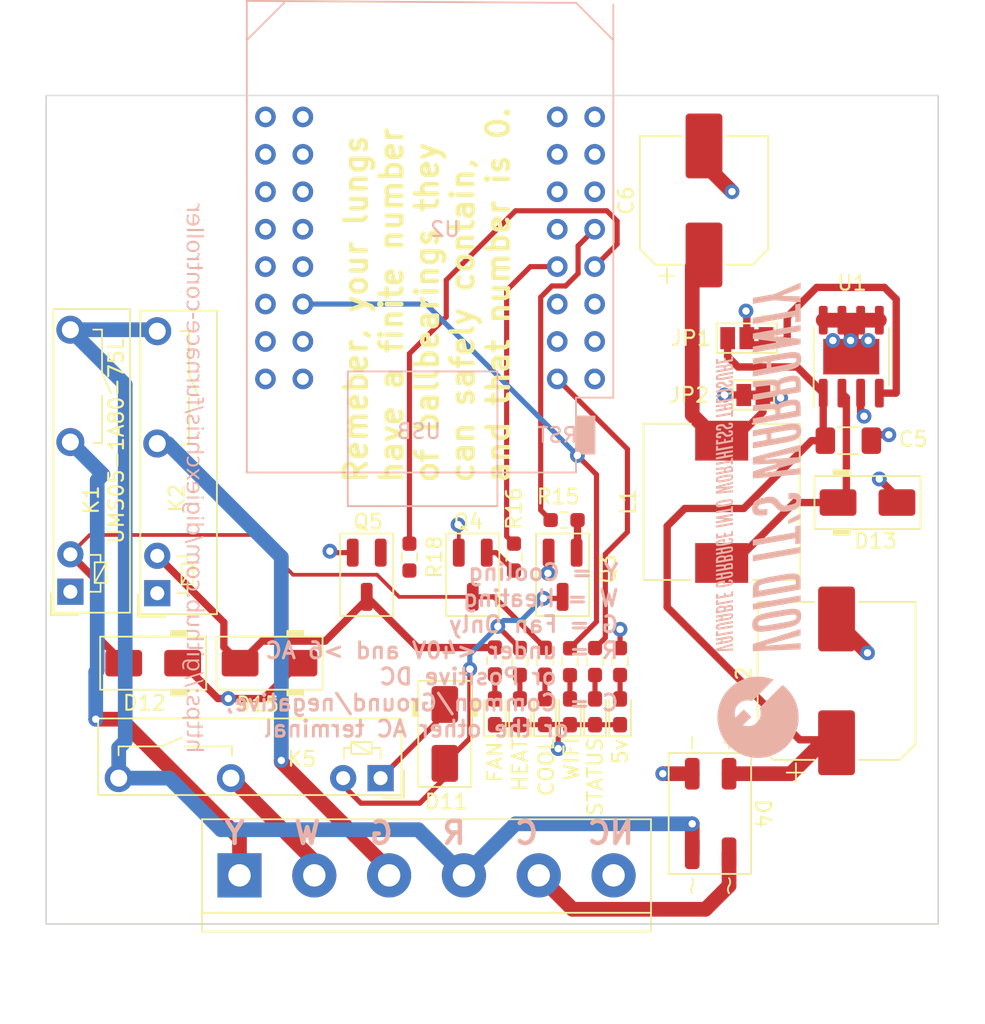
<source format=kicad_pcb>
(kicad_pcb (version 20240108) (generator "pcbnew") (generator_version "8.0")
  (layers (0 "F.Cu" signal) (1 "In1.Cu" power "gnd.Cu") (2 "In2.Cu" power "5v.Cu") (31 "B.Cu" signal) (34 "B.Paste" user) (35 "F.Paste" user) (36 "B.SilkS" user "B.Silkscreen") (37 "F.SilkS" user "F.Silkscreen") (38 "B.Mask" user) (39 "F.Mask" user) (44 "Edge.Cuts" user))
  (net 0 "")
  (net 1 "GND")
  (net 2 "+5V")
  (net 4 "/Relays/Y")
  (net 5 "/Relays/W")
  (net 6 "/Relays/G")
  (net 7 "+3.3V")
  (net 8 "/MCU/COOL")
  (net 9 "/MCU/HEAT")
  (net 10 "/MCU/FAN")
  (net 11 "Net-(D10-A)")
  (net 12 "Net-(Q3-B)")
  (net 13 "Net-(Q4-B)")
  (net 14 "Net-(Q5-B)")
  (net 15 "/Relays/HEATLED")
  (net 16 "Net-(D2-A)")
  (net 17 "Net-(D3-A)")
  (net 18 "/Relays/COOLLED")
  (net 19 "/Relays/FANLED")
  (net 20 "Net-(D13-K)")
  (net 21 "Net-(D1-A)")
  (net 22 "Net-(D5-A)")
  (net 23 "Net-(D14-A)")
  (net 24 "Net-(JP2-A)")
  (net 25 "Net-(JP1-A)")
  (net 26 "Net-(D4-+)")
  (net 27 "/Power Supply/C")
  (net 28 "Net-(U2-IO_09{slash}SD2)")
  (net 29 "Net-(U2-IO_05{slash}D8)")
  (net 48 "LINE")
  (footprint "TerminalBlock:TerminalBlock_bornier-6_P5.08mm" (layer "F.Cu") (at 28.629 72.191)
    (property "Reference" "J1" (hide yes))
    (property "Value" "Screw_Terminal_01x06" (hide yes))
    (pad "1" thru_hole rect (at 0 0) (size 3 3) (drill 1.52) (layers "*.Cu" "*.Mask") (net 4 "/Relays/Y"))
    (pad "2" thru_hole circle (at 5.08 0) (size 3 3) (drill 1.52) (layers "*.Cu" "*.Mask") (net 5 "/Relays/W"))
    (pad "3" thru_hole circle (at 10.16 0) (size 3 3) (drill 1.52) (layers "*.Cu" "*.Mask") (net 6 "/Relays/G"))
    (pad "4" thru_hole circle (at 15.24 0) (size 3 3) (drill 1.52) (layers "*.Cu" "*.Mask") (net 48 "LINE"))
    (pad "5" thru_hole circle (at 20.32 0) (size 3 3) (drill 1.52) (layers "*.Cu" "*.Mask") (net 27 "/Power Supply/C"))
    (pad "6" thru_hole circle (at 25.4 0) (size 3 3) (drill 1.52) (layers "*.Cu" "*.Mask"))
  )
  (footprint "LED_SMD:LED_0603_1608Metric_Pad1.05x0.95mm_HandSolder" (layer "F.Cu") (at 49.369 61.076 90)
    (property "Reference" "D10" (hide yes))
    (property "Value" "COOL" (at -3.8 0.1 90) (layer "F.SilkS"))
    (pad "1" smd roundrect (at -0.875 0 90) (size 1.05 0.95) (layers "F.Cu" "F.Paste" "F.Mask") (net 1 "GND"))
    (pad "2" smd roundrect (at 0.875 0 90) (size 1.05 0.95) (layers "F.Cu" "F.Paste" "F.Mask") (net 11 "Net-(D10-A)"))
  )
  (footprint "Resistor_SMD:R_0603_1608Metric_Pad0.98x0.95mm_HandSolder" (layer "F.Cu") (at 50.669 48.0785)
    (property "Reference" "R15" (at -0.4 -1.5875 360) (layer "F.SilkS"))
    (property "Value" "470")
    (pad "1" smd roundrect (at -0.9125 0) (size 0.975 0.95) (layers "F.Cu" "F.Paste" "F.Mask") (net 9 "/MCU/HEAT"))
    (pad "2" smd roundrect (at 0.9125 0) (size 0.975 0.95) (layers "F.Cu" "F.Paste" "F.Mask") (net 12 "Net-(Q3-B)"))
  )
  (footprint "Jumper:SolderJumper-2_P1.3mm_Bridged_Pad1.0x1.5mm" (layer "F.Cu") (at 63.519 39.591 180)
    (property "Reference" "JP2" (at 4.35 0 0) (layer "F.SilkS"))
    (property "Value" "Jumper_2_Bridged")
    (fp_poly (pts (xy -0.25 -0.3) (xy 0.25 -0.3) (xy 0.25 0.3) (xy -0.25 0.3)) (fill solid) (layer "F.Cu"))
    (pad "1" smd rect (at -0.65 0 180) (size 1 1.5) (layers "F.Cu" "F.Mask") (net 24 "Net-(JP2-A)"))
    (pad "2" smd rect (at 0.65 0 180) (size 1 1.5) (layers "F.Cu" "F.Mask") (net 2 "+5V"))
  )
  (footprint "Resistor_SMD:R_0603_1608Metric_Pad0.98x0.95mm_HandSolder" (layer "F.Cu") (at 40.169 50.591 -90)
    (property "Reference" "R18" (at 0 -1.7 90) (layer "F.SilkS"))
    (property "Value" "470")
    (pad "1" smd roundrect (at -0.9125 0 270) (size 0.975 0.95) (layers "F.Cu" "F.Paste" "F.Mask") (net 10 "/MCU/FAN"))
    (pad "2" smd roundrect (at 0.9125 0 270) (size 0.975 0.95) (layers "F.Cu" "F.Paste" "F.Mask") (net 14 "Net-(Q5-B)"))
  )
  (footprint "Inductor_SMD:L_10.4x10.4_H4.8" (layer "F.Cu") (at 61.369 46.841 90)
    (property "Reference" "L1" (at 0 -6.35 270) (layer "F.SilkS"))
    (property "Value" "68uh 2a")
    (pad "1" smd rect (at -4.15 0 90) (size 2.7 3.6) (layers "F.Cu" "F.Paste" "F.Mask") (net 20 "Net-(D13-K)"))
    (pad "2" smd rect (at 4.15 0 90) (size 2.7 3.6) (layers "F.Cu" "F.Paste" "F.Mask") (net 24 "Net-(JP2-A)"))
  )
  (footprint "PCM_Package_TO_SOT_SMD_AKL:SOT-23_BigPads" (layer "F.Cu") (at 50.569 51.791 -90)
    (property "Reference" "Q3" (at -0.4 -3.1 90) (layer "F.SilkS"))
    (property "Value" "MMBT3904" (hide yes))
    (pad "1" smd roundrect (at -1.5 -0.95 270) (size 1.9 0.8) (layers "F.Cu" "F.Paste" "F.Mask") (net 12 "Net-(Q3-B)"))
    (pad "2" smd roundrect (at -1.5 0.95 270) (size 1.9 0.8) (layers "F.Cu" "F.Paste" "F.Mask") (net 1 "GND"))
    (pad "3" smd roundrect (at 1.5 0 270) (size 1.9 0.8) (layers "F.Cu" "F.Paste" "F.Mask") (net 15 "/Relays/HEATLED"))
  )
  (footprint "LED_SMD:LED_0603_1608Metric_Pad1.05x0.95mm_HandSolder" (layer "F.Cu") (at 45.969 61.091 90)
    (property "Reference" "D2" (hide yes))
    (property "Value" "FAN" (at -3.4 0 90) (layer "F.SilkS"))
    (pad "1" smd roundrect (at -0.875 0 90) (size 1.05 0.95) (layers "F.Cu" "F.Paste" "F.Mask") (net 1 "GND"))
    (pad "2" smd roundrect (at 0.875 0 90) (size 1.05 0.95) (layers "F.Cu" "F.Paste" "F.Mask") (net 16 "Net-(D2-A)"))
  )
  (footprint "Resistor_SMD:R_0603_1608Metric_Pad0.98x0.95mm_HandSolder" (layer "F.Cu") (at 51.069 57.691 90)
    (property "Reference" "R2k1" (hide yes))
    (property "Value" "1k")
    (pad "1" smd roundrect (at -0.9125 0 90) (size 0.975 0.95) (layers "F.Cu" "F.Paste" "F.Mask") (net 23 "Net-(D14-A)"))
    (pad "2" smd roundrect (at 0.9125 0 90) (size 0.975 0.95) (layers "F.Cu" "F.Paste" "F.Mask") (net 28 "Net-(U2-IO_09{slash}SD2)"))
  )
  (footprint "Capacitor_SMD:CP_Elec_10x10.5" (layer "F.Cu") (at 69.169 58.991 90)
    (property "Reference" "C2" (at 0 -6.3 90) (layer "F.SilkS"))
    (property "Value" "470uf 35v")
    (pad "1" smd roundrect (at -4.2 0 90) (size 4.4 2.5) (layers "F.Cu" "F.Paste" "F.Mask") (roundrect_rratio 0.1) (net 26 "Net-(D4-+)"))
    (pad "2" smd roundrect (at 4.2 0 90) (size 4.4 2.5) (layers "F.Cu" "F.Paste" "F.Mask") (roundrect_rratio 0.1) (net 1 "GND"))
  )
  (footprint "PCM_Diode_SMD_AKL:D_SMA" (layer "F.Cu") (at 42.569 62.591 -90)
    (property "Reference" "D11" (at 4.6 -0.1 180) (layer "F.SilkS"))
    (property "Value" "SS14" (hide yes))
    (pad "1" smd roundrect (at -2 0 270) (size 2.5 1.8) (layers "F.Cu" "F.Paste" "F.Mask") (roundrect_rratio 0.1388888889) (net 2 "+5V"))
    (pad "2" smd roundrect (at 2 0 270) (size 2.5 1.8) (layers "F.Cu" "F.Paste" "F.Mask") (roundrect_rratio 0.1388888889) (net 15 "/Relays/HEATLED"))
  )
  (footprint "LED_SMD:LED_0603_1608Metric_Pad1.05x0.95mm_HandSolder" (layer "F.Cu") (at 51.069 61.091 90)
    (property "Reference" "D14" (hide yes))
    (property "Value" "WIFI" (at -3.2 0.1 270) (layer "F.SilkS"))
    (pad "1" smd roundrect (at -0.875 0 90) (size 1.05 0.95) (layers "F.Cu" "F.Paste" "F.Mask") (net 1 "GND"))
    (pad "2" smd roundrect (at 0.875 0 90) (size 1.05 0.95) (layers "F.Cu" "F.Paste" "F.Mask") (net 23 "Net-(D14-A)"))
  )
  (footprint "Package_SO:SOIC-8-1EP_3.9x4.9mm_P1.27mm_EP2.41x3.81mm" (layer "F.Cu") (at 70.169 36.991 90)
    (property "Reference" "U1" (at 5 0.05 360) (layer "F.SilkS"))
    (property "Value" "XL1509-5.0")
    (pad "1" smd roundrect (at -2.475 -1.905 90) (size 1.95 0.6) (layers "F.Cu" "F.Paste" "F.Mask") (net 26 "Net-(D4-+)"))
    (pad "2" smd roundrect (at -2.475 -0.635 90) (size 1.95 0.6) (layers "F.Cu" "F.Paste" "F.Mask") (net 20 "Net-(D13-K)"))
    (pad "3" smd roundrect (at -2.475 0.635 90) (size 1.95 0.6) (layers "F.Cu" "F.Paste" "F.Mask") (net 24 "Net-(JP2-A)"))
    (pad "4" smd roundrect (at -2.475 1.905 90) (size 1.95 0.6) (layers "F.Cu" "F.Paste" "F.Mask") (net 25 "Net-(JP1-A)"))
    (pad "5" smd roundrect (at 2.475 1.905 90) (size 1.95 0.6) (layers "F.Cu" "F.Paste" "F.Mask") (net 1 "GND"))
    (pad "6" smd roundrect (at 2.475 0.635 90) (size 1.95 0.6) (layers "F.Cu" "F.Paste" "F.Mask") (net 1 "GND"))
    (pad "7" smd roundrect (at 2.475 -0.635 90) (size 1.95 0.6) (layers "F.Cu" "F.Paste" "F.Mask") (net 1 "GND"))
    (pad "8" smd roundrect (at 2.475 -1.905 90) (size 1.95 0.6) (layers "F.Cu" "F.Paste" "F.Mask") (net 1 "GND"))
    (pad "9" smd rect (at 0 0 90) (size 2.41 3.81) (layers "F.Cu" "F.Mask") (net 1 "GND"))
  )
  (footprint "Capacitor_SMD:CP_Elec_8x10.5" (layer "F.Cu") (at 60.169 26.391 90)
    (property "Reference" "C6" (at 0 -5.3 90) (layer "F.SilkS"))
    (property "Value" "180uf 20v")
    (pad "1" smd roundrect (at -3.7 0 90) (size 4.4 2.5) (layers "F.Cu" "F.Paste" "F.Mask") (roundrect_rratio 0.1) (net 24 "Net-(JP2-A)"))
    (pad "2" smd roundrect (at 3.7 0 90) (size 4.4 2.5) (layers "F.Cu" "F.Paste" "F.Mask") (roundrect_rratio 0.1) (net 1 "GND"))
  )
  (footprint "Resistor_SMD:R_0603_1608Metric_Pad0.98x0.95mm_HandSolder" (layer "F.Cu") (at 47.269 50.591 -90)
    (property "Reference" "R16" (at -3.3 0 90) (layer "F.SilkS"))
    (property "Value" "470")
    (pad "1" smd roundrect (at -0.9125 0 270) (size 0.975 0.95) (layers "F.Cu" "F.Paste" "F.Mask") (net 8 "/MCU/COOL"))
    (pad "2" smd roundrect (at 0.9125 0 270) (size 0.975 0.95) (layers "F.Cu" "F.Paste" "F.Mask") (net 13 "Net-(Q4-B)"))
  )
  (footprint "Resistor_SMD:R_0603_1608Metric_Pad0.98x0.95mm_HandSolder" (layer "F.Cu") (at 47.669 57.676 90)
    (property "Reference" "R17" (hide yes))
    (property "Value" "2k")
    (pad "1" smd roundrect (at -0.9125 0 90) (size 0.975 0.95) (layers "F.Cu" "F.Paste" "F.Mask") (net 17 "Net-(D3-A)"))
    (pad "2" smd roundrect (at 0.9125 0 90) (size 0.975 0.95) (layers "F.Cu" "F.Paste" "F.Mask") (net 15 "/Relays/HEATLED"))
  )
  (footprint "Resistor_SMD:R_0603_1608Metric_Pad0.98x0.95mm_HandSolder" (layer "F.Cu") (at 52.769 57.6785 90)
    (property "Reference" "R21" (hide yes))
    (property "Value" "1k" (hide yes))
    (pad "1" smd roundrect (at -0.9125 0 90) (size 0.975 0.95) (layers "F.Cu" "F.Paste" "F.Mask") (net 22 "Net-(D5-A)"))
    (pad "2" smd roundrect (at 0.9125 0 90) (size 0.975 0.95) (layers "F.Cu" "F.Paste" "F.Mask") (net 29 "Net-(U2-IO_05{slash}D8)"))
  )
  (footprint "MountingHole:MountingHole_3.5mm" (layer "F.Cu") (at 71.369 23.491)
    (property "Reference" "H2" (hide yes))
    (property "Value" "MountingHole")
    (pad "" np_thru_hole circle (at 0 0) (size 3.5 3.5) (drill 3.5) (layers "*.Cu" "*.Mask"))
  )
  (footprint "PCM_Diode_SMD_AKL:D_SMA" (layer "F.Cu") (at 30.669 57.791 180)
    (property "Reference" "D15" (at 0.8 -2.8 180) (layer "F.SilkS"))
    (property "Value" "SS14" (hide yes))
    (pad "1" smd roundrect (at -2 0 180) (size 2.5 1.8) (layers "F.Cu" "F.Paste" "F.Mask") (roundrect_rratio 0.1388888889) (net 2 "+5V"))
    (pad "2" smd roundrect (at 2 0 180) (size 2.5 1.8) (layers "F.Cu" "F.Paste" "F.Mask") (roundrect_rratio 0.1388888889) (net 19 "/Relays/FANLED"))
  )
  (footprint "PCM_Diode_SMD_AKL:D_SMA" (layer "F.Cu") (at 71.269 46.891)
    (property "Reference" "D13" (at 0.55 2.6 360) (layer "F.SilkS"))
    (property "Value" "SS14" (hide yes))
    (pad "1" smd roundrect (at -2 0) (size 2.5 1.8) (layers "F.Cu" "F.Paste" "F.Mask") (roundrect_rratio 0.1388888889) (net 20 "Net-(D13-K)"))
    (pad "2" smd roundrect (at 2 0) (size 2.5 1.8) (layers "F.Cu" "F.Paste" "F.Mask") (roundrect_rratio 0.1388888889) (net 1 "GND"))
  )
  (footprint "Relay_THT:Relay_SPST_TE_PCN-1xxD3MHZ" (layer "F.Cu") (at 38.209 65.591 180)
    (property "Reference" "K5" (at 5.34 1.3 180) (layer "F.SilkS"))
    (property "Value" "UMS05-1A80-75L")
    (pad "1" thru_hole rect (at 0 0 180) (size 1.778 1.778) (drill 0.95) (layers "*.Cu" "*.Mask") (net 2 "+5V"))
    (pad "2" thru_hole circle (at 2.54 0 180) (size 1.778 1.778) (drill 0.95) (layers "*.Cu" "*.Mask") (net 15 "/Relays/HEATLED"))
    (pad "3" thru_hole circle (at 10.16 0 180) (size 1.9 1.9) (drill 1.15) (layers "*.Cu" "*.Mask") (net 5 "/Relays/W"))
    (pad "4" thru_hole circle (at 17.78 0 180) (size 1.9 1.9) (drill 1.15) (layers "*.Cu" "*.Mask") (net 48 "LINE"))
  )
  (footprint "PCM_Diode_SMD_AKL:D_SMA" (layer "F.Cu") (at 22.769 57.791 180)
    (property "Reference" "D12" (at 0.6 -2.7 180) (layer "F.SilkS"))
    (property "Value" "SS14" (hide yes))
    (pad "1" smd roundrect (at -2 0 180) (size 2.5 1.8) (layers "F.Cu" "F.Paste" "F.Mask") (roundrect_rratio 0.1388888889) (net 2 "+5V"))
    (pad "2" smd roundrect (at 2 0 180) (size 2.5 1.8) (layers "F.Cu" "F.Paste" "F.Mask") (roundrect_rratio 0.1388888889) (net 18 "/Relays/COOLLED"))
  )
  (footprint "Resistor_SMD:R_0603_1608Metric_Pad0.98x0.95mm_HandSolder" (layer "F.Cu") (at 49.369 57.661 90)
    (property "Reference" "R14" (hide yes))
    (property "Value" "2k" (hide yes))
    (pad "1" smd roundrect (at -0.9125 0 90) (size 0.975 0.95) (layers "F.Cu" "F.Paste" "F.Mask") (net 11 "Net-(D10-A)"))
    (pad "2" smd roundrect (at 0.9125 0 90) (size 0.975 0.95) (layers "F.Cu" "F.Paste" "F.Mask") (net 18 "/Relays/COOLLED"))
  )
  (footprint "LED_SMD:LED_0603_1608Metric_Pad1.05x0.95mm_HandSolder" (layer "F.Cu") (at 47.669 61.091 90)
    (property "Reference" "D3" (hide yes))
    (property "Value" "HEAT" (at -3.6 0 90) (layer "F.SilkS"))
    (pad "1" smd roundrect (at -0.875 0 90) (size 1.05 0.95) (layers "F.Cu" "F.Paste" "F.Mask") (net 1 "GND"))
    (pad "2" smd roundrect (at 0.875 0 90) (size 1.05 0.95) (layers "F.Cu" "F.Paste" "F.Mask") (net 17 "Net-(D3-A)"))
  )
  (footprint "PCM_Package_TO_SOT_SMD_AKL:SOT-23_BigPads" (layer "F.Cu") (at 44.469 51.791 -90)
    (property "Reference" "Q4" (at -3.6 0.3 180) (layer "F.SilkS"))
    (property "Value" "MMBT3904" (hide yes))
    (pad "1" smd roundrect (at -1.5 -0.95 270) (size 1.9 0.8) (layers "F.Cu" "F.Paste" "F.Mask") (net 13 "Net-(Q4-B)"))
    (pad "2" smd roundrect (at -1.5 0.95 270) (size 1.9 0.8) (layers "F.Cu" "F.Paste" "F.Mask") (net 1 "GND"))
    (pad "3" smd roundrect (at 1.5 0 270) (size 1.9 0.8) (layers "F.Cu" "F.Paste" "F.Mask") (net 18 "/Relays/COOLLED"))
  )
  (footprint "MountingHole:MountingHole_3.5mm" (layer "F.Cu") (at 19.869 71.391)
    (property "Reference" "H4" (hide yes))
    (property "Value" "MountingHole")
    (pad "" np_thru_hole circle (at 0 0) (size 3.5 3.5) (drill 3.5) (layers "*.Cu" "*.Mask"))
  )
  (footprint "Capacitor_SMD:C_1206_3216Metric_Pad1.33x1.80mm_HandSolder" (layer "F.Cu") (at 69.969 42.691)
    (property "Reference" "C5" (at 4.4 -0.1 360) (layer "F.SilkS"))
    (property "Value" "1uf 50v")
    (pad "1" smd roundrect (at -1.5625 0) (size 1.325 1.8) (layers "F.Cu" "F.Paste" "F.Mask") (roundrect_rratio 0.1886792453) (net 26 "Net-(D4-+)"))
    (pad "2" smd roundrect (at 1.5625 0) (size 1.325 1.8) (layers "F.Cu" "F.Paste" "F.Mask") (roundrect_rratio 0.1886792453) (net 1 "GND"))
  )
  (footprint "LED_SMD:LED_0603_1608Metric_Pad1.05x0.95mm_HandSolder" (layer "F.Cu") (at 54.469 61.091 90)
    (property "Reference" "D1" (hide yes))
    (property "Value" "5v" (at -2.7 0 270) (layer "F.SilkS"))
    (pad "1" smd roundrect (at -0.875 0 90) (size 1.05 0.95) (layers "F.Cu" "F.Paste" "F.Mask") (net 1 "GND"))
    (pad "2" smd roundrect (at 0.875 0 90) (size 1.05 0.95) (layers "F.Cu" "F.Paste" "F.Mask") (net 21 "Net-(D1-A)"))
  )
  (footprint "Jumper:SolderJumper-3_P1.3mm_Bridged2Bar12_Pad1.0x1.5mm" (layer "F.Cu") (at 63.0765 35.7335 180)
    (property "Reference" "JP1" (at 3.8 0 180) (layer "F.SilkS"))
    (property "Value" "Jumper_2_Bridged")
    (fp_poly (pts (xy -0.9 0.2) (xy -0.4 0.2) (xy -0.4 0.6) (xy -0.9 0.6)) (fill solid) (layer "F.Cu"))
    (fp_poly (pts (xy -0.9 -0.6) (xy -0.4 -0.6) (xy -0.4 -0.2) (xy -0.9 -0.2)) (fill solid) (layer "F.Cu"))
    (pad "1" smd rect (at -1.3 0 180) (size 1 1.5) (layers "F.Cu" "F.Mask") (net 25 "Net-(JP1-A)"))
    (pad "2" smd rect (at 0 0 180) (size 1 1.5) (layers "F.Cu" "F.Mask") (net 1 "GND"))
    (pad "3" smd rect (at 1.3 0 180) (size 1 1.5) (layers "F.Cu" "F.Mask") (net 26 "Net-(D4-+)"))
  )
  (footprint "LED_SMD:LED_0603_1608Metric_Pad1.05x0.95mm_HandSolder" (layer "F.Cu") (at 52.769 61.091 90)
    (property "Reference" "D5" (hide yes))
    (property "Value" "STATUS" (at -4.4 0 270) (layer "F.SilkS"))
    (pad "1" smd roundrect (at -0.875 0 90) (size 1.05 0.95) (layers "F.Cu" "F.Paste" "F.Mask") (net 1 "GND"))
    (pad "2" smd roundrect (at 0.875 0 90) (size 1.05 0.95) (layers "F.Cu" "F.Paste" "F.Mask") (net 22 "Net-(D5-A)"))
  )
  (footprint "Relay_THT:Relay_SPST_TE_PCN-1xxD3MHZ" (layer "F.Cu") (at 23.0465 53.0435 90)
    (property "Reference" "K2" (at 6.4525 1.3225 270) (layer "F.SilkS"))
    (property "Value" "UMS05-1A80-75L")
    (pad "1" thru_hole rect (at 0 0 90) (size 1.778 1.778) (drill 0.95) (layers "*.Cu" "*.Mask") (net 2 "+5V"))
    (pad "2" thru_hole circle (at 2.54 0 90) (size 1.778 1.778) (drill 0.95) (layers "*.Cu" "*.Mask") (net 19 "/Relays/FANLED"))
    (pad "3" thru_hole circle (at 10.16 0 90) (size 1.9 1.9) (drill 1.15) (layers "*.Cu" "*.Mask") (net 6 "/Relays/G"))
    (pad "4" thru_hole circle (at 17.78 0 90) (size 1.9 1.9) (drill 1.15) (layers "*.Cu" "*.Mask") (net 48 "LINE"))
  )
  (footprint "Resistor_SMD:R_0603_1608Metric_Pad0.98x0.95mm_HandSolder" (layer "F.Cu") (at 54.469 57.6785 90)
    (property "Reference" "R19" (hide yes))
    (property "Value" "1k" (hide yes))
    (pad "1" smd roundrect (at -0.9125 0 90) (size 0.975 0.95) (layers "F.Cu" "F.Paste" "F.Mask") (net 21 "Net-(D1-A)"))
    (pad "2" smd roundrect (at 0.9125 0 90) (size 0.975 0.95) (layers "F.Cu" "F.Paste" "F.Mask") (net 2 "+5V"))
  )
  (footprint "MountingHole:MountingHole_3.5mm" (layer "F.Cu") (at 71.369 71.391)
    (property "Reference" "H3" (at -0.2 -0.7 -0) (layer "B.SilkS") (effects (justify mirror)))
    (property "Value" "MountingHole")
    (pad "" np_thru_hole circle (at 0 0) (size 3.5 3.5) (drill 3.5) (layers "*.Cu" "*.Mask"))
  )
  (footprint "PCM_Diode_SMD_Handsoldering_AKL:Diode_Bridge_MBS" (layer "F.Cu") (at 60.569 67.991 -90)
    (property "Reference" "D4" (at 0 -3.6 -90) (layer "F.SilkS"))
    (property "Value" "MB10S" (hide yes))
    (pad "1" smd roundrect (at -2.7 -1.3 270) (size 2.15 1) (layers "F.Cu" "F.Paste" "F.Mask") (net 26 "Net-(D4-+)"))
    (pad "2" smd roundrect (at -2.7 1.2 270) (size 2.15 1) (layers "F.Cu" "F.Paste" "F.Mask") (net 1 "GND"))
    (pad "3" smd roundrect (at 2.7 1.2 270) (size 2.15 1) (layers "F.Cu" "F.Paste" "F.Mask") (net 48 "LINE"))
    (pad "4" smd roundrect (at 2.7 -1.3 270) (size 2.15 1) (layers "F.Cu" "F.Paste" "F.Mask") (net 27 "/Power Supply/C"))
  )
  (footprint "Resistor_SMD:R_0603_1608Metric_Pad0.98x0.95mm_HandSolder" (layer "F.Cu") (at 45.969 57.641 90)
    (property "Reference" "R13" (hide yes))
    (property "Value" "2k")
    (pad "1" smd roundrect (at -0.9125 0 90) (size 0.975 0.95) (layers "F.Cu" "F.Paste" "F.Mask") (net 16 "Net-(D2-A)"))
    (pad "2" smd roundrect (at 0.9125 0 90) (size 0.975 0.95) (layers "F.Cu" "F.Paste" "F.Mask") (net 19 "/Relays/FANLED"))
  )
  (footprint "Relay_THT:Relay_SPST_TE_PCN-1xxD3MHZ" (layer "F.Cu") (at 17.1465 52.9435 90)
    (property "Reference" "K1" (at 6.23 1.415 270) (layer "F.SilkS"))
    (property "Value" "UMS05-1A80-75L" (at 10.23 3.115 270) (layer "F.SilkS"))
    (pad "1" thru_hole rect (at 0 0 90) (size 1.778 1.778) (drill 0.95) (layers "*.Cu" "*.Mask") (net 2 "+5V"))
    (pad "2" thru_hole circle (at 2.54 0 90) (size 1.778 1.778) (drill 0.95) (layers "*.Cu" "*.Mask") (net 18 "/Relays/COOLLED"))
    (pad "3" thru_hole circle (at 10.16 0 90) (size 1.9 1.9) (drill 1.15) (layers "*.Cu" "*.Mask") (net 4 "/Relays/Y"))
    (pad "4" thru_hole circle (at 17.78 0 90) (size 1.9 1.9) (drill 1.15) (layers "*.Cu" "*.Mask") (net 48 "LINE"))
  )
  (footprint "PCM_Package_TO_SOT_SMD_AKL:SOT-23_BigPads" (layer "F.Cu") (at 37.269 51.791 -90)
    (property "Reference" "Q5" (at -3.6 -0.1 180) (layer "F.SilkS"))
    (property "Value" "MMBT3904" (hide yes))
    (pad "1" smd roundrect (at -1.5 -0.95 270) (size 1.9 0.8) (layers "F.Cu" "F.Paste" "F.Mask") (net 14 "Net-(Q5-B)"))
    (pad "2" smd roundrect (at -1.5 0.95 270) (size 1.9 0.8) (layers "F.Cu" "F.Paste" "F.Mask") (net 1 "GND"))
    (pad "3" smd roundrect (at 1.5 0 270) (size 1.9 0.8) (layers "F.Cu" "F.Paste" "F.Mask") (net 19 "/Relays/FANLED"))
  )
  (footprint "MountingHole:MountingHole_3.5mm" (layer "F.Cu") (at 19.869 23.491)
    (property "Reference" "H1" (hide yes))
    (property "Value" "MountingHole")
    (pad "" np_thru_hole circle (at 0 0) (size 3.5 3.5) (drill 3.5) (layers "*.Cu" "*.Mask"))
  )
  (footprint "footprints:ivoidwarranties" (layer "B.Cu") (at 63.869 48.091 90)
    (property "Reference" "G***" (hide yes))
    (property "Value" "LOGO" (hide yes))
  )
  (footprint "ESP32_mini:ESP32_lotlin_mini" (layer "B.Cu") (at 38.775 27.07 180)
    (property "Reference" "U2" (at -3.81 -1.27 180) (layer "B.SilkS") (effects (justify mirror)))
    (property "Value" "mini_esp32")
    (fp_text user "RST" (at -11.43 -15.24 180) (layer "B.SilkS") (effects (justify mirror)))
    (fp_text user "USB" (at -2.032 -14.986 180) (layer "B.SilkS") (effects (justify mirror)))
    (pad "0" thru_hole circle (at -13.97 6.35 270) (size 1.4 1.4) (drill 0.8) (layers "*.Cu" "*.Mask"))
    (pad "1" thru_hole circle (at -11.43 6.35 90) (size 1.4 1.4) (drill 0.8) (layers "*.Cu" "*.Mask"))
    (pad "2" thru_hole circle (at -11.43 3.81 270) (size 1.4 1.4) (drill 0.8) (layers "*.Cu" "*.Mask"))
    (pad "3" thru_hole circle (at -13.97 3.81 270) (size 1.4 1.4) (drill 0.8) (layers "*.Cu" "*.Mask"))
    (pad "3v3" thru_hole circle (at -13.97 -11.43 90) (size 1.4 1.4) (drill 0.8) (layers "*.Cu" "*.Mask") (net 7 "+3.3V"))
    (pad "4" thru_hole circle (at -11.43 1.27 270) (size 1.4 1.4) (drill 0.8) (layers "*.Cu" "*.Mask"))
    (pad "5" thru_hole circle (at -13.97 1.27 270) (size 1.4 1.4) (drill 0.8) (layers "*.Cu" "*.Mask"))
    (pad "6" thru_hole circle (at -11.43 -1.27 270) (size 1.4 1.4) (drill 0.8) (layers "*.Cu" "*.Mask"))
    (pad "7" thru_hole circle (at -13.97 -1.27 270) (size 1.4 1.4) (drill 0.8) (layers "*.Cu" "*.Mask") (net 9 "/MCU/HEAT"))
    (pad "8" thru_hole circle (at -11.43 -3.81 270) (size 1.4 1.4) (drill 0.8) (layers "*.Cu" "*.Mask") (net 8 "/MCU/COOL"))
    (pad "9" thru_hole circle (at -13.97 -3.81 270) (size 1.4 1.4) (drill 0.8) (layers "*.Cu" "*.Mask") (net 10 "/MCU/FAN"))
    (pad "10" thru_hole circle (at -11.43 -6.35 270) (size 1.4 1.4) (drill 0.8) (layers "*.Cu" "*.Mask"))
    (pad "11" thru_hole circle (at -13.97 -6.35 270) (size 1.4 1.4) (drill 0.8) (layers "*.Cu" "*.Mask"))
    (pad "12" thru_hole circle (at -13.97 -8.89 270) (size 1.4 1.4) (drill 0.8) (layers "*.Cu" "*.Mask"))
    (pad "13" thru_hole circle (at -11.43 -8.89 270) (size 1.4 1.4) (drill 0.8) (layers "*.Cu" "*.Mask"))
    (pad "14" thru_hole circle (at -11.43 -11.43 270) (size 1.4 1.4) (drill 0.8) (layers "*.Cu" "*.Mask") (net 29 "Net-(U2-IO_05{slash}D8)"))
    (pad "15" thru_hole circle (at 5.842 -11.43 270) (size 1.4 1.4) (drill 0.8) (layers "*.Cu" "*.Mask"))
    (pad "16" thru_hole circle (at 8.382 -6.35 90) (size 1.4 1.4) (drill 0.8) (layers "*.Cu" "*.Mask"))
    (pad "17" thru_hole circle (at 5.842 -6.35 270) (size 1.4 1.4) (drill 0.8) (layers "*.Cu" "*.Mask") (net 28 "Net-(U2-IO_09{slash}SD2)"))
    (pad "18" thru_hole circle (at 8.382 -3.81 270) (size 1.4 1.4) (drill 0.8) (layers "*.Cu" "*.Mask"))
    (pad "21" thru_hole circle (at 5.842 -3.81 270) (size 1.4 1.4) (drill 0.8) (layers "*.Cu" "*.Mask"))
    (pad "33" thru_hole circle (at 8.382 -1.27 270) (size 1.4 1.4) (drill 0.8) (layers "*.Cu" "*.Mask") (net 1 "GND"))
    (pad "34" thru_hole circle (at 5.842 -1.27 270) (size 1.4 1.4) (drill 0.8) (layers "*.Cu" "*.Mask"))
    (pad "35" thru_hole circle (at 8.382 1.27 270) (size 1.4 1.4) (drill 0.8) (layers "*.Cu" "*.Mask") (net 2 "+5V"))
    (pad "36" thru_hole circle (at 5.842 1.27 270) (size 1.4 1.4) (drill 0.8) (layers "*.Cu" "*.Mask"))
    (pad "37" thru_hole circle (at 8.382 3.81 270) (size 1.4 1.4) (drill 0.8) (layers "*.Cu" "*.Mask"))
    (pad "38" thru_hole circle (at 5.842 3.81 270) (size 1.4 1.4) (drill 0.8) (layers "*.Cu" "*.Mask"))
    (pad "39" thru_hole circle (at 8.382 6.35 270) (size 1.4 1.4) (drill 0.8) (layers "*.Cu" "*.Mask"))
    (pad "40" thru_hole circle (at 5.842 6.35 270) (size 1.4 1.4) (drill 0.8) (layers "*.Cu" "*.Mask"))
    (pad "GND" thru_hole circle (at 5.842 -8.89 90) (size 1.4 1.4) (drill 0.8) (layers "*.Cu" "*.Mask") (net 1 "GND"))
    (pad "GND" thru_hole circle (at 8.382 -8.89 90) (size 1.4 1.4) (drill 0.8) (layers "*.Cu" "*.Mask") (net 1 "GND"))
    (pad "VBUS" thru_hole circle (at 8.382 -11.43 90) (size 1.4 1.4) (drill 0.8) (layers "*.Cu" "*.Mask") (net 2 "+5V"))
  )
  (gr_rect (start 15.499 19.265) (end 76.069 75.491) (stroke (width 0.1)) (fill none) (layer "Edge.Cuts"))
  (gr_text "Y = Cooling\nW = Heating\nG = Fan Only\nR = under <40V and >6 AC\n     or Positive DC\nC = Common/Ground/negative, \n    or the other AC terminal" (at 54.469 62.891 0) (layer "B.SilkS") (effects (font (size 1.1 1.1) (thickness 0.2) (bold yes)) (justify left bottom mirror)))
  (gr_text "NC   C   R   G   W   Y" (at 55.569 70.191 0) (layer "B.SilkS") (effects (font (size 1.5 1.5) (thickness 0.3) (bold yes)) (justify left bottom mirror)))
  (gr_text "https://github.com/digiexchris/furnace-controller" (at 24.869 63.891 -90) (layer "B.SilkS") (effects (font (size 1.1 1.1) (thickness 0.1375)) (justify left bottom mirror)))
  (gr_text "Remeber, your lungs\nhave a finite number\nof ballbearings they\ncan safely contain,\nand that number is 0." (at 47.069 45.691 90) (layer "F.SilkS") (effects (font (size 1.5 1.5) (thickness 0.3) (bold yes)) (justify left bottom)))
  (segment (start 34.969 50.291) (end 34.869 50.191) (width 0.35) (layer "F.Cu") (net 1))
  (segment (start 70.169 34.566) (end 70.219 34.516) (width 1) (layer "F.Cu") (net 1))
  (segment (start 49.369 61.951) (end 50.269 61.951) (width 0.35) (layer "F.Cu") (net 1))
  (segment (start 50.269 61.951) (end 50.269 63.591) (width 0.35) (layer "F.Cu") (net 1))
  (segment (start 34.869 50.191) (end 34.769 50.191) (width 0.35) (layer "F.Cu") (net 1))
  (segment (start 68.264 34.516) (end 70.219 34.516) (width 1) (layer "F.Cu") (net 1))
  (segment (start 45.969 61.966) (end 47.669 61.966) (width 0.35) (layer "F.Cu") (net 1))
  (segment (start 70.169 36.991) (end 70.169 34.566) (width 1) (layer "F.Cu") (net 1))
  (segment (start 36.319 50.291) (end 34.969 50.291) (width 0.35) (layer "F.Cu") (net 1))
  (segment (start 51.069 61.966) (end 52.769 61.966) (width 0.35) (layer "F.Cu") (net 1))
  (segment (start 47.669 61.966) (end 49.354 61.966) (width 0.35) (layer "F.Cu") (net 1))
  (segment (start 43.519 48.441) (end 43.469 48.391) (width 0.25) (layer "F.Cu") (net 1))
  (segment (start 50.269 61.951) (end 51.054 61.951) (width 0.35) (layer "F.Cu") (net 1))
  (segment (start 59.569 23.291) (end 62.069 25.791) (width 1) (layer "F.Cu") (net 1))
  (segment (start 54.469 61.966) (end 52.769 61.966) (width 0.35) (layer "F.Cu") (net 1))
  (segment (start 43.519 50.291) (end 43.519 48.441) (width 0.25) (layer "F.Cu") (net 1))
  (segment (start 68.769 54.591) (end 71.269 57.091) (width 1) (layer "F.Cu") (net 1))
  (segment (start 59.369 65.291) (end 57.369 65.291) (width 1) (layer "F.Cu") (net 1))
  (segment (start 63.0765 35.7335) (end 63.0765 33.9485) (width 0.5) (layer "F.Cu") (net 1))
  (segment (start 49.619 51.641) (end 49.569 51.691) (width 0.35) (layer "F.Cu") (net 1))
  (segment (start 49.619 50.291) (end 49.619 51.641) (width 0.35) (layer "F.Cu") (net 1))
  (segment (start 72.719 42.291) (end 71.6315 42.291) (width 0.5) (layer "F.Cu") (net 1))
  (segment (start 70.219 34.516) (end 72.074 34.516) (width 1) (layer "F.Cu") (net 1))
  (segment (start 73.269 46.491) (end 72.069 45.291) (width 0.5) (layer "F.Cu") (net 1))
  (segment (start 63.0765 33.9485) (end 63.019 33.891) (width 0.5) (layer "F.Cu") (net 1))
  (via (at 71.269 57.091) (size 1) (drill 0.5) (layers "F.Cu" "B.Cu") (net 1))
  (via (at 62.069 25.791) (size 1) (drill 0.5) (layers "F.Cu" "B.Cu") (net 1))
  (via (at 57.369 65.291) (size 1) (drill 0.5) (layers "F.Cu" "B.Cu") (net 1))
  (via (at 71.319 35.891) (size 1) (drill 0.5) (layers "F.Cu" "B.Cu") (net 1))
  (via (at 72.719 42.291) (size 1) (drill 0.5) (layers "F.Cu" "B.Cu") (net 1))
  (via (at 34.769 50.191) (size 1) (drill 0.5) (layers "F.Cu" "B.Cu") (net 1))
  (via (at 63.019 33.891) (size 1) (drill 0.5) (layers "F.Cu" "B.Cu") (net 1))
  (via (at 43.469 48.391) (size 1) (drill 0.5) (layers "F.Cu" "B.Cu") (net 1))
  (via (at 70.119 35.891) (size 1) (drill 0.5) (layers "F.Cu" "B.Cu") (net 1))
  (via (at 50.269 63.591) (size 1) (drill 0.5) (layers "F.Cu" "B.Cu") (net 1))
  (via (at 72.069 45.291) (size 1) (drill 0.5) (layers "F.Cu" "B.Cu") (net 1))
  (via (at 49.569 51.691) (size 1) (drill 0.5) (layers "F.Cu" "B.Cu") (net 1))
  (via (at 68.919 35.891) (size 1) (drill 0.5) (layers "F.Cu" "B.Cu") (net 1))
  (segment (start 42.569 61.231) (end 38.209 65.591) (width 0.35) (layer "F.Cu") (net 2))
  (segment (start 32.669 57.791) (end 30.269 60.191) (width 0.5) (layer "F.Cu") (net 2))
  (segment (start 27.169 60.191) (end 24.769 57.791) (width 0.5) (layer "F.Cu") (net 2))
  (segment (start 54.469 56.766) (end 54.469 55.491) (width 0.35) (layer "F.Cu") (net 2))
  (segment (start 27.869 60.191) (end 27.169 60.191) (width 0.5) (layer "F.Cu") (net 2))
  (segment (start 62.869 39.591) (end 61.569 39.591) (width 0.5) (layer "F.Cu") (net 2))
  (segment (start 30.269 60.191) (end 27.869 60.191) (width 0.5) (layer "F.Cu") (net 2))
  (via (at 61.569 39.591) (size 1) (drill 0.5) (layers "F.Cu" "B.Cu") (net 2))
  (via (at 54.469 55.491) (size 1) (drill 0.5) (layers "F.Cu" "B.Cu") (net 2))
  (via (at 27.869 60.191) (size 1) (drill 0.5) (layers "F.Cu" "B.Cu") (net 2))
  (segment (start 20.569 61.591) (end 28.629 69.651) (width 1) (layer "F.Cu") (net 4))
  (segment (start 18.869 61.591) (end 20.569 61.591) (width 1) (layer "F.Cu") (net 4))
  (segment (start 28.629 69.651) (end 28.629 71.351) (width 1) (layer "F.Cu") (net 4))
  (via (at 18.869 61.591) (size 1) (drill 0.5) (layers "F.Cu" "B.Cu") (net 4))
  (segment (start 18.969 45.376) (end 19.354 44.991) (width 1) (layer "B.Cu") (net 4))
  (segment (start 19.354 44.991) (end 17.1465 42.7835) (width 1) (layer "B.Cu") (net 4))
  (segment (start 18.969 58.291) (end 18.969 45.376) (width 1) (layer "B.Cu") (net 4))
  (segment (start 18.869 61.591) (end 18.869 58.391) (width 1) (layer "B.Cu") (net 4))
  (segment (start 18.869 58.391) (end 18.969 58.291) (width 1) (layer "B.Cu") (net 4))
  (segment (start 28.069 65.591) (end 33.709 71.231) (width 1) (layer "F.Cu") (net 5))
  (segment (start 31.469 64.391) (end 31.469 64.491) (width 1) (layer "F.Cu") (net 6))
  (segment (start 31.469 64.491) (end 38.789 71.811) (width 1) (layer "F.Cu") (net 6))
  (via (at 31.469 64.391) (size 1) (drill 0.5) (layers "F.Cu" "B.Cu") (net 6))
  (segment (start 31.469 64.391) (end 31.469 50.591) (width 1) (layer "B.Cu") (net 6))
  (segment (start 31.469 50.591) (end 23.7615 42.8835) (width 1) (layer "B.Cu") (net 6))
  (segment (start 23.7615 42.8835) (end 23.0465 42.8835) (width 1) (layer "B.Cu") (net 6))
  (segment (start 48.38 30.88) (end 50.205 30.88) (width 0.35) (layer "F.Cu") (net 8))
  (segment (start 46.769 49.1785) (end 46.769 32.491) (width 0.35) (layer "F.Cu") (net 8))
  (segment (start 47.269 49.6785) (end 46.769 49.1785) (width 0.35) (layer "F.Cu") (net 8))
  (segment (start 46.769 32.491) (end 48.38 30.88) (width 0.35) (layer "F.Cu") (net 8))
  (segment (start 50.774991 32.191) (end 51.62 31.345991) (width 0.35) (layer "F.Cu") (net 9))
  (segment (start 49.08 47.402) (end 49.08 32.954009) (width 0.35) (layer "F.Cu") (net 9))
  (segment (start 51.62 29.465) (end 52.745 28.34) (width 0.35) (layer "F.Cu") (net 9))
  (segment (start 49.08 32.954009) (end 49.843009 32.191) (width 0.35) (layer "F.Cu") (net 9))
  (segment (start 51.62 31.345991) (end 51.62 29.465) (width 0.35) (layer "F.Cu") (net 9))
  (segment (start 49.7565 48.0785) (end 49.08 47.402) (width 0.35) (layer "F.Cu") (net 9))
  (segment (start 49.843009 32.191) (end 50.774991 32.191) (width 0.35) (layer "F.Cu") (net 9))
  (segment (start 54.269 29.356) (end 52.745 30.88) (width 0.35) (layer "F.Cu") (net 10))
  (segment (start 42.669 31.791) (end 47.369 27.091) (width 0.35) (layer "F.Cu") (net 10))
  (segment (start 40.169 36.785009) (end 42.669 34.285009) (width 0.35) (layer "F.Cu") (net 10))
  (segment (start 47.369 27.091) (end 53.569 27.091) (width 0.35) (layer "F.Cu") (net 10))
  (segment (start 54.269 27.791) (end 54.269 29.356) (width 0.35) (layer "F.Cu") (net 10))
  (segment (start 53.569 27.091) (end 54.269 27.791) (width 0.35) (layer "F.Cu") (net 10))
  (segment (start 42.669 34.285009) (end 42.669 31.791) (width 0.35) (layer "F.Cu") (net 10))
  (segment (start 40.169 49.6785) (end 40.169 36.785009) (width 0.35) (layer "F.Cu") (net 10))
  (segment (start 49.369 58.5735) (end 49.369 60.201) (width 0.35) (layer "F.Cu") (net 11))
  (segment (start 51.5815 48.0785) (end 51.5815 50.2285) (width 0.5) (layer "F.Cu") (net 12))
  (segment (start 45.419 50.291) (end 46.0565 50.291) (width 0.35) (layer "F.Cu") (net 13))
  (segment (start 46.0565 50.291) (end 47.269 51.5035) (width 0.35) (layer "F.Cu") (net 13))
  (segment (start 42.569 65.591) (end 40.869 67.291) (width 0.35) (layer "F.Cu") (net 15))
  (segment (start 47.6415 56.7635) (end 46.169 55.291) (width 0.35) (layer "F.Cu") (net 15))
  (segment (start 49.269 53.391) (end 50.469 53.391) (width 0.35) (layer "F.Cu") (net 15))
  (segment (start 42.569 64.591) (end 44.269 62.891) (width 0.35) (layer "F.Cu") (net 15))
  (segment (start 40.869 67.291) (end 36.869 67.291) (width 0.35) (layer "F.Cu") (net 15))
  (segment (start 44.269 62.891) (end 44.269 58.191) (width 0.35) (layer "F.Cu") (net 15))
  (segment (start 36.869 67.291) (end 35.669 66.091) (width 0.35) (layer "F.Cu") (net 15))
  (via (at 44.269 58.191) (size 1) (drill 0.5) (layers "F.Cu" "B.Cu") (net 15))
  (via (at 49.269 53.391) (size 1) (drill 0.5) (layers "F.Cu" "B.Cu") (net 15))
  (via (at 46.169 55.291) (size 1) (drill 0.5) (layers "F.Cu" "B.Cu") (net 15))
  (segment (start 46.169 55.291) (end 46.569 54.891) (width 0.35) (layer "B.Cu") (net 15))
  (segment (start 46.569 54.891) (end 47.769 54.891) (width 0.35) (layer "B.Cu") (net 15))
  (segment (start 44.269 58.191) (end 44.269 57.191) (width 0.35) (layer "B.Cu") (net 15))
  (segment (start 47.769 54.891) (end 49.269 53.391) (width 0.35) (layer "B.Cu") (net 15))
  (segment (start 44.269 57.191) (end 46.169 55.291) (width 0.35) (layer "B.Cu") (net 15))
  (segment (start 45.969 58.5535) (end 45.969 60.216) (width 0.35) (layer "F.Cu") (net 16))
  (segment (start 47.669 58.5885) (end 47.669 60.216) (width 0.35) (layer "F.Cu") (net 17))
  (segment (start 49.369 56.7485) (end 45.9115 53.291) (width 0.35) (layer "F.Cu") (net 18))
  (segment (start 32.269 51.791) (end 29.569 49.091) (width 0.25) (layer "F.Cu") (net 18))
  (segment (start 29.569 49.091) (end 18.459 49.091) (width 0.25) (layer "F.Cu") (net 18))
  (segment (start 19.169 56.191) (end 19.169 52.426) (width 0.5) (layer "F.Cu") (net 18))
  (segment (start 18.459 49.091) (end 17.1465 50.4035) (width 0.25) (layer "F.Cu") (net 18))
  (segment (start 44.469 53.291) (end 39.469 53.291) (width 0.25) (layer "F.Cu") (net 18))
  (segment (start 19.169 52.426) (end 17.1465 50.4035) (width 0.5) (layer "F.Cu") (net 18))
  (segment (start 20.769 57.791) (end 19.169 56.191) (width 0.5) (layer "F.Cu") (net 18))
  (segment (start 39.469 53.291) (end 37.969 51.791) (width 0.25) (layer "F.Cu") (net 18))
  (segment (start 32.269 51.791) (end 37.969 51.791) (width 0.25) (layer "F.Cu") (net 18))
  (segment (start 45.9115 53.291) (end 44.469 53.291) (width 0.35) (layer "F.Cu") (net 18))
  (segment (start 40.7065 56.7285) (end 45.969 56.7285) (width 0.5) (layer "F.Cu") (net 19))
  (segment (start 27.569 56.691) (end 27.569 55.026) (width 0.5) (layer "F.Cu") (net 19))
  (segment (start 28.669 57.791) (end 30.169 56.291) (width 0.5) (layer "F.Cu") (net 19))
  (segment (start 37.269 53.291) (end 40.7065 56.7285) (width 0.5) (layer "F.Cu") (net 19))
  (segment (start 27.569 55.026) (end 23.0465 50.5035) (width 0.5) (layer "F.Cu") (net 19))
  (segment (start 34.452884 56.291) (end 37.269 53.474884) (width 0.5) (layer "F.Cu") (net 19))
  (segment (start 28.669 57.791) (end 27.569 56.691) (width 0.5) (layer "F.Cu") (net 19))
  (segment (start 30.169 56.291) (end 34.452884 56.291) (width 0.5) (layer "F.Cu") (net 19))
  (segment (start 69.269 46.891) (end 66.319 46.891) (width 0.5) (layer "F.Cu") (net 20))
  (segment (start 69.834 39.766) (end 69.834 46.326) (width 0.5) (layer "F.Cu") (net 20))
  (segment (start 69.534 39.466) (end 69.834 39.766) (width 0.5) (layer "F.Cu") (net 20))
  (segment (start 66.319 46.891) (end 61.669 51.541) (width 0.5) (layer "F.Cu") (net 20))
  (segment (start 54.469 58.591) (end 54.469 60.216) (width 0.35) (layer "F.Cu") (net 21))
  (segment (start 52.769 58.591) (end 52.769 60.216) (width 0.35) (layer "F.Cu") (net 22))
  (segment (start 51.069 58.6035) (end 51.069 60.216) (width 0.35) (layer "F.Cu") (net 23))
  (segment (start 61.669 43.241) (end 64.169 40.741) (width 0.5) (layer "F.Cu") (net 24))
  (segment (start 64.169 40.741) (end 64.169 39.591) (width 0.5) (layer "F.Cu") (net 24))
  (segment (start 60.169 30.091) (end 59.369 30.891) (width 1) (layer "F.Cu") (net 24))
  (segment (start 59.369 30.891) (end 59.369 40.941) (width 1) (layer "F.Cu") (net 24))
  (segment (start 70.804 39.466) (end 70.804 40.801994) (width 0.5) (layer "F.Cu") (net 24))
  (segment (start 59.369 40.941) (end 61.669 43.241) (width 1) (layer "F.Cu") (net 24))
  (segment (start 65.369 39.791) (end 64.369 39.791) (width 0.5) (layer "F.Cu") (net 24))
  (segment (start 70.804 40.801994) (end 71.035196 41.03319) (width 0.5) (layer "F.Cu") (net 24))
  (via (at 71.035196 41.03319) (size 1) (drill 0.5) (layers "F.Cu" "B.Cu") (net 24))
  (via (at 65.369 39.791) (size 1) (drill 0.5) (layers "F.Cu" "B.Cu") (net 24))
  (segment (start 65.819 35.891) (end 64.534 35.891) (width 0.5) (layer "F.Cu") (net 25))
  (segment (start 73.194 39.466) (end 73.219 39.441) (width 0.5) (layer "F.Cu") (net 25))
  (segment (start 73.219 39.441) (end 73.219 33.091) (width 0.5) (layer "F.Cu") (net 25))
  (segment (start 67.819 32.291) (end 65.819 34.291) (width 0.5) (layer "F.Cu") (net 25))
  (segment (start 72.074 39.466) (end 73.194 39.466) (width 0.5) (layer "F.Cu") (net 25))
  (segment (start 73.219 33.091) (end 72.419 32.291) (width 0.5) (layer "F.Cu") (net 25))
  (segment (start 72.419 32.291) (end 67.819 32.291) (width 0.5) (layer "F.Cu") (net 25))
  (segment (start 65.819 34.291) (end 65.819 35.891) (width 0.5) (layer "F.Cu") (net 25))
  (segment (start 61.7765 36.9835) (end 61.7765 35.7335) (width 0.5) (layer "F.Cu") (net 26))
  (segment (start 68.264 39.466) (end 66.489 37.691) (width 0.5) (layer "F.Cu") (net 26))
  (segment (start 66.489 37.691) (end 62.484 37.691) (width 0.5) (layer "F.Cu") (net 26))
  (segment (start 67.469 42.691) (end 62.869 47.291) (width 0.5) (layer "F.Cu") (net 26))
  (segment (start 66.069 65.291) (end 68.901323 62.458677) (width 1) (layer "F.Cu") (net 26))
  (segment (start 68.264 39.466) (end 68.264 42.0485) (width 0.5) (layer "F.Cu") (net 26))
  (segment (start 61.869 65.291) (end 66.069 65.291) (width 1) (layer "F.Cu") (net 26))
  (segment (start 68.4065 42.691) (end 67.469 42.691) (width 0.5) (layer "F.Cu") (net 26))
  (segment (start 58.869 47.291) (end 57.669 48.491) (width 0.5) (layer "F.Cu") (net 26))
  (segment (start 57.669 48.491) (end 57.669 53.991) (width 0.5) (layer "F.Cu") (net 26))
  (segment (start 57.669 53.991) (end 66.669 62.991) (width 0.5) (layer "F.Cu") (net 26))
  (segment (start 62.869 47.291) (end 58.869 47.291) (width 0.5) (layer "F.Cu") (net 26))
  (segment (start 66.669 62.991) (end 68.669 62.991) (width 0.5) (layer "F.Cu") (net 26))
  (segment (start 62.484 37.691) (end 61.7765 36.9835) (width 0.5) (layer "F.Cu") (net 26))
  (segment (start 60.269 74.491) (end 61.869 72.891) (width 1) (layer "F.Cu") (net 27))
  (segment (start 48.949 72.191) (end 51.249 74.491) (width 1) (layer "F.Cu") (net 27))
  (segment (start 51.249 74.491) (end 60.269 74.491) (width 1) (layer "F.Cu") (net 27))
  (segment (start 61.869 72.891) (end 61.869 70.691) (width 1) (layer "F.Cu") (net 27))
  (segment (start 51.569 43.691) (end 52.869 44.991) (width 0.35) (layer "F.Cu") (net 28))
  (segment (start 52.869 54.9785) (end 51.069 56.7785) (width 0.35) (layer "F.Cu") (net 28))
  (segment (start 52.869 44.991) (end 52.869 54.9785) (width 0.35) (layer "F.Cu") (net 28))
  (via (at 51.569 43.691) (size 1) (drill 0.5) (layers "F.Cu" "B.Cu") (net 28))
  (segment (start 41.298 33.42) (end 32.933 33.42) (width 0.35) (layer "B.Cu") (net 28))
  (segment (start 51.569 43.691) (end 41.298 33.42) (width 0.35) (layer "B.Cu") (net 28))
  (segment (start 54.969 43.264) (end 50.205 38.5) (width 0.35) (layer "F.Cu") (net 29))
  (segment (start 53.469 50.391) (end 54.969 48.891) (width 0.35) (layer "F.Cu") (net 29))
  (segment (start 54.969 48.891) (end 54.969 43.264) (width 0.35) (layer "F.Cu") (net 29))
  (segment (start 52.769 56.766) (end 53.469 56.066) (width 0.35) (layer "F.Cu") (net 29))
  (segment (start 53.469 56.066) (end 53.469 50.391) (width 0.35) (layer "F.Cu") (net 29))
  (segment (start 59.369 68.691) (end 59.369 70.691) (width 1) (layer "F.Cu") (net 48))
  (via (at 59.369 68.691) (size 1) (drill 0.5) (layers "F.Cu" "B.Cu") (net 48))
  (segment (start 20.429 65.591) (end 20.429 63.531) (width 1) (layer "B.Cu") (net 48))
  (segment (start 27.369 69.091) (end 23.869 65.591) (width 1) (layer "B.Cu") (net 48))
  (segment (start 23.869 65.591) (end 20.429 65.591) (width 1) (layer "B.Cu") (net 48))
  (segment (start 43.869 72.191) (end 40.769 69.091) (width 1) (layer "B.Cu") (net 48))
  (segment (start 20.869 38.886) (end 17.1465 35.1635) (width 1) (layer "B.Cu") (net 48))
  (segment (start 17.1465 35.1635) (end 22.9465 35.1635) (width 1) (layer "B.Cu") (net 48))
  (segment (start 20.869 63.091) (end 20.869 38.886) (width 1) (layer "B.Cu") (net 48))
  (segment (start 40.769 69.091) (end 27.369 69.091) (width 1) (layer "B.Cu") (net 48))
  (segment (start 20.429 63.531) (end 20.869 63.091) (width 1) (layer "B.Cu") (net 48))
  (segment (start 47.369 68.691) (end 59.369 68.691) (width 1) (layer "B.Cu") (net 48))
  (segment (start 43.869 72.191) (end 47.369 68.691) (width 1) (layer "B.Cu") (net 48))
)
</source>
